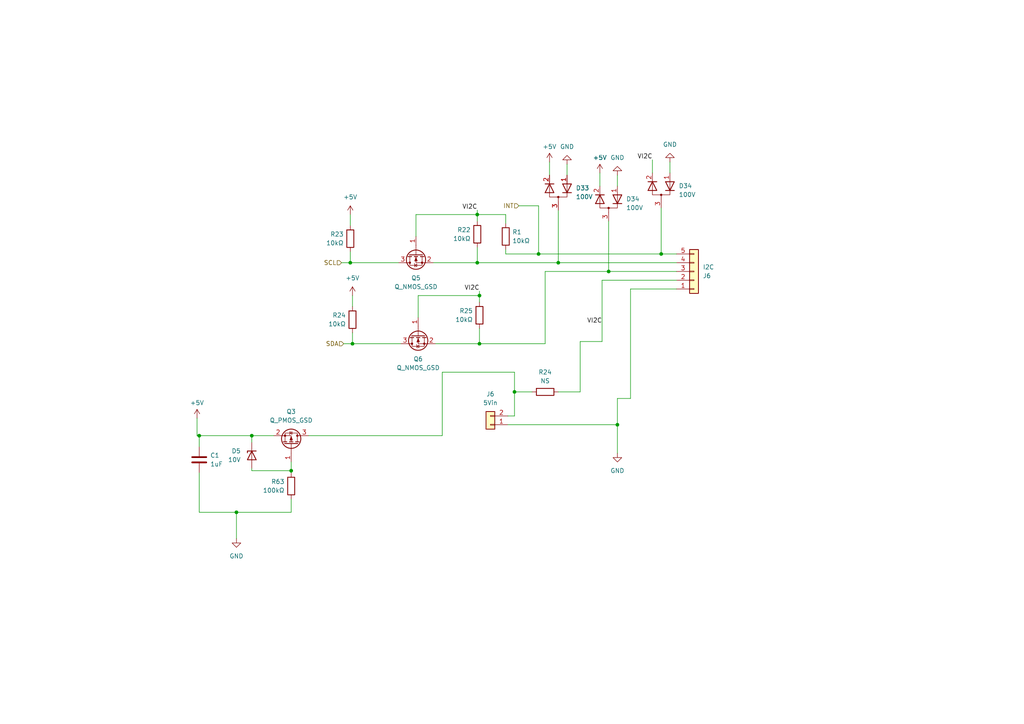
<source format=kicad_sch>
(kicad_sch (version 20230121) (generator eeschema)
  (paper "A4")
  (lib_symbols
    (symbol "Connector_Generic:Conn_01x02" (pin_names (offset 1.016) hide)
      (property "Reference" "J" (at 0 2.54 0))
      (property "Value" "Conn_01x02" (at 0 -5.08 0))
      (symbol "Conn_01x02_1_1"
        (rectangle (start -1.27 -2.413) (end 0 -2.667) (stroke (width 0.1524)))
        (rectangle (start -1.27 0.127) (end 0 -0.127) (stroke (width 0.1524)))
        (rectangle (start -1.27 1.27) (end 1.27 -3.81) (stroke (width 0.254)) (fill (type background)))
        (pin passive line (at -5.08 0 0) (length 3.81) (name "Pin_1") (number "1"))
        (pin passive line (at -5.08 -2.54 0) (length 3.81) (name "Pin_2") (number "2"))
      )
    )
    (symbol "Connector_Generic:Conn_01x05" (pin_names (offset 1.016) hide)
      (property "Reference" "J" (at 0 7.62 0))
      (property "Value" "Conn_01x05" (at 0 -7.62 0))
      (symbol "Conn_01x05_1_1"
        (rectangle (start -1.27 -4.953) (end 0 -5.207) (stroke (width 0.1524)))
        (rectangle (start -1.27 -2.413) (end 0 -2.667) (stroke (width 0.1524)))
        (rectangle (start -1.27 0.127) (end 0 -0.127) (stroke (width 0.1524)))
        (rectangle (start -1.27 2.667) (end 0 2.413) (stroke (width 0.1524)))
        (rectangle (start -1.27 5.207) (end 0 4.953) (stroke (width 0.1524)))
        (rectangle (start -1.27 6.35) (end 1.27 -6.35) (stroke (width 0.254)) (fill (type background)))
        (pin passive line (at -5.08 5.08 0) (length 3.81) (name "Pin_1") (number "1"))
        (pin passive line (at -5.08 2.54 0) (length 3.81) (name "Pin_2") (number "2"))
        (pin passive line (at -5.08 0 0) (length 3.81) (name "Pin_3") (number "3"))
        (pin passive line (at -5.08 -2.54 0) (length 3.81) (name "Pin_4") (number "4"))
        (pin passive line (at -5.08 -5.08 0) (length 3.81) (name "Pin_5") (number "5"))
      )
    )
    (symbol "Device:C" (pin_numbers hide) (pin_names (offset 0.254))
      (property "Reference" "C" (at 0.635 2.54 0))
      (property "Value" "C" (at 0.635 -2.54 0))
      (symbol "C_0_1"
        (polyline (pts (xy -2.032 -0.762) (xy 2.032 -0.762)) (stroke (width 0.508)))
        (polyline (pts (xy -2.032 0.762) (xy 2.032 0.762)) (stroke (width 0.508)))
      )
      (symbol "C_1_1"
        (pin passive line (at 0 3.81 270) (length 2.794) (name "~") (number "1"))
        (pin passive line (at 0 -3.81 90) (length 2.794) (name "~") (number "2"))
      )
    )
    (symbol "Device:D_Dual_Series_AKC_Parallel" (pin_names (offset 0.762) hide)
      (property "Reference" "D" (at 0 5.08 0))
      (property "Value" "D_Dual_Series_AKC_Parallel" (at 0 -5.08 0))
      (symbol "D_Dual_Series_AKC_Parallel_0_0"
        (polyline (pts (xy 0 -1.27) (xy 0 -3.81)) (stroke (width 0.254)))
        (polyline (pts (xy 2.54 3.81) (xy 2.54 1.27)) (stroke (width 0.254)))
      )
      (symbol "D_Dual_Series_AKC_Parallel_0_1"
        (circle (center -1.27 0) (radius 0.254) (fill (type outline)))
        (polyline (pts (xy -1.27 0) (xy -2.54 0)))
        (polyline (pts (xy 2.54 2.54) (xy -1.27 2.54) (xy -1.27 -2.54) (xy 2.54 -2.54)))
        (polyline (pts (xy 0 3.81) (xy 2.54 2.54) (xy 0 1.27) (xy 0 3.81) (xy 0 3.81) (xy 0 3.81)) (stroke (width 0.254)))
        (polyline (pts (xy 2.54 -1.27) (xy 0 -2.54) (xy 2.54 -3.81) (xy 2.54 -1.27) (xy 2.54 -1.27) (xy 2.54 -1.27)) (stroke (width 0.254)))
        (pin passive line (at 5.08 -2.54 180) (length 2.54) (name "K") (number "1"))
        (pin passive line (at 5.08 2.54 180) (length 2.54) (name "K") (number "2"))
        (pin passive line (at -5.08 0 0) (length 2.54) (name "A") (number "3"))
      )
    )
    (symbol "Device:D_Zener" (pin_numbers hide) (pin_names (offset 1.016) hide)
      (property "Reference" "D" (at 0 2.54 0))
      (property "Value" "D_Zener" (at 0 -2.54 0))
      (symbol "D_Zener_0_1"
        (polyline (pts (xy 1.27 0) (xy -1.27 0)))
        (polyline (pts (xy -1.27 -1.27) (xy -1.27 1.27) (xy -0.762 1.27)) (stroke (width 0.254)))
        (polyline (pts (xy 1.27 -1.27) (xy 1.27 1.27) (xy -1.27 0) (xy 1.27 -1.27)) (stroke (width 0.254)))
      )
      (symbol "D_Zener_1_1"
        (pin passive line (at -3.81 0 0) (length 2.54) (name "K") (number "1"))
        (pin passive line (at 3.81 0 180) (length 2.54) (name "A") (number "2"))
      )
    )
    (symbol "Device:Q_NMOS_GSD" (pin_names (offset 0) hide)
      (property "Reference" "Q" (at 5.08 1.27 0))
      (property "Value" "Q_NMOS_GSD" (at 5.08 -1.27 0))
      (symbol "Q_NMOS_GSD_0_1"
        (polyline (pts (xy 0.254 0) (xy -2.54 0)))
        (polyline (pts (xy 0.254 1.905) (xy 0.254 -1.905)) (stroke (width 0.254)))
        (polyline (pts (xy 0.762 -1.27) (xy 0.762 -2.286)) (stroke (width 0.254)))
        (polyline (pts (xy 0.762 0.508) (xy 0.762 -0.508)) (stroke (width 0.254)))
        (polyline (pts (xy 0.762 2.286) (xy 0.762 1.27)) (stroke (width 0.254)))
        (polyline (pts (xy 2.54 2.54) (xy 2.54 1.778)))
        (polyline (pts (xy 2.54 -2.54) (xy 2.54 0) (xy 0.762 0)))
        (polyline (pts (xy 0.762 -1.778) (xy 3.302 -1.778) (xy 3.302 1.778) (xy 0.762 1.778)))
        (polyline (pts (xy 1.016 0) (xy 2.032 0.381) (xy 2.032 -0.381) (xy 1.016 0)) (fill (type outline)))
        (polyline (pts (xy 2.794 0.508) (xy 2.921 0.381) (xy 3.683 0.381) (xy 3.81 0.254)))
        (polyline (pts (xy 3.302 0.381) (xy 2.921 -0.254) (xy 3.683 -0.254) (xy 3.302 0.381)))
        (circle (center 1.651 0) (radius 2.794) (stroke (width 0.254)))
        (circle (center 2.54 -1.778) (radius 0.254) (fill (type outline)))
        (circle (center 2.54 1.778) (radius 0.254) (fill (type outline)))
      )
      (symbol "Q_NMOS_GSD_1_1"
        (pin input line (at -5.08 0 0) (length 2.54) (name "G") (number "1"))
        (pin passive line (at 2.54 -5.08 90) (length 2.54) (name "S") (number "2"))
        (pin passive line (at 2.54 5.08 270) (length 2.54) (name "D") (number "3"))
      )
    )
    (symbol "Device:Q_PMOS_GSD" (pin_names (offset 0) hide)
      (property "Reference" "Q" (at 5.08 1.27 0))
      (property "Value" "Q_PMOS_GSD" (at 5.08 -1.27 0))
      (symbol "Q_PMOS_GSD_0_1"
        (polyline (pts (xy 0.254 0) (xy -2.54 0)))
        (polyline (pts (xy 0.254 1.905) (xy 0.254 -1.905)) (stroke (width 0.254)))
        (polyline (pts (xy 0.762 -1.27) (xy 0.762 -2.286)) (stroke (width 0.254)))
        (polyline (pts (xy 0.762 0.508) (xy 0.762 -0.508)) (stroke (width 0.254)))
        (polyline (pts (xy 0.762 2.286) (xy 0.762 1.27)) (stroke (width 0.254)))
        (polyline (pts (xy 2.54 2.54) (xy 2.54 1.778)))
        (polyline (pts (xy 2.54 -2.54) (xy 2.54 0) (xy 0.762 0)))
        (polyline (pts (xy 0.762 1.778) (xy 3.302 1.778) (xy 3.302 -1.778) (xy 0.762 -1.778)))
        (polyline (pts (xy 2.286 0) (xy 1.27 0.381) (xy 1.27 -0.381) (xy 2.286 0)) (fill (type outline)))
        (polyline (pts (xy 2.794 -0.508) (xy 2.921 -0.381) (xy 3.683 -0.381) (xy 3.81 -0.254)))
        (polyline (pts (xy 3.302 -0.381) (xy 2.921 0.254) (xy 3.683 0.254) (xy 3.302 -0.381)))
        (circle (center 1.651 0) (radius 2.794) (stroke (width 0.254)))
        (circle (center 2.54 -1.778) (radius 0.254) (fill (type outline)))
        (circle (center 2.54 1.778) (radius 0.254) (fill (type outline)))
      )
      (symbol "Q_PMOS_GSD_1_1"
        (pin input line (at -5.08 0 0) (length 2.54) (name "G") (number "1"))
        (pin passive line (at 2.54 -5.08 90) (length 2.54) (name "S") (number "2"))
        (pin passive line (at 2.54 5.08 270) (length 2.54) (name "D") (number "3"))
      )
    )
    (symbol "Device:R" (pin_numbers hide) (pin_names (offset 0))
      (property "Reference" "R" (at 2.032 0 90))
      (property "Value" "R" (at 0 0 90))
      (symbol "R_0_1"
        (rectangle (start -1.016 -2.54) (end 1.016 2.54) (stroke (width 0.254)))
      )
      (symbol "R_1_1"
        (pin passive line (at 0 3.81 270) (length 1.27) (name "~") (number "1"))
        (pin passive line (at 0 -3.81 90) (length 1.27) (name "~") (number "2"))
      )
    )
    (symbol "power:+5V" (power) (pin_names (offset 0))
      (property "Value" "+5V" (at 0 3.556 0))
      (symbol "+5V_0_1"
        (polyline (pts (xy -0.762 1.27) (xy 0 2.54)))
        (polyline (pts (xy 0 0) (xy 0 2.54)))
        (polyline (pts (xy 0 2.54) (xy 0.762 1.27)))
      )
      (symbol "+5V_1_1"
        (pin power_in line (at 0 0 90) (length 0) hide (name "+5V") (number "1"))
      )
    )
    (symbol "power:GND" (power) (pin_names (offset 0))
      (property "Value" "GND" (at 0 -3.81 0))
      (symbol "GND_0_1"
        (polyline (pts (xy 0 0) (xy 0 -1.27) (xy 1.27 -1.27) (xy 0 -2.54) (xy -1.27 -1.27) (xy 0 -1.27)))
      )
      (symbol "GND_1_1"
        (pin power_in line (at 0 0 270) (length 0) hide (name "GND") (number "1"))
      )
    )
  )
  (junction (at 138.43 62.23))
  (junction (at 179.07 123.19))
  (junction (at 84.455 136.525))
  (junction (at 139.065 85.725))
  (junction (at 139.065 99.695))
  (junction (at 57.785 126.365))
  (junction (at 176.53 78.74))
  (junction (at 73.025 126.365))
  (junction (at 156.21 73.66))
  (junction (at 161.925 76.2))
  (junction (at 102.235 99.695))
  (junction (at 191.77 73.66))
  (junction (at 68.58 148.59))
  (junction (at 101.6 76.2))
  (junction (at 138.43 76.2))
  (junction (at 149.225 113.665))
  (wire (pts (xy 149.225 107.95) (xy 149.225 113.665)))
  (wire (pts (xy 84.455 136.525) (xy 84.455 137.16)))
  (wire (pts (xy 68.58 148.59) (xy 68.58 156.21)))
  (wire (pts (xy 138.43 71.755) (xy 138.43 76.2)))
  (wire (pts (xy 101.6 73.025) (xy 101.6 76.2)))
  (wire (pts (xy 196.215 78.74) (xy 176.53 78.74)))
  (wire (pts (xy 161.925 76.2) (xy 196.215 76.2)))
  (wire (pts (xy 139.065 99.695) (xy 126.365 99.695)))
  (wire (pts (xy 182.88 115.57) (xy 179.07 115.57)))
  (wire (pts (xy 116.205 99.695) (xy 102.235 99.695)))
  (wire (pts (xy 146.685 73.66) (xy 156.21 73.66)))
  (wire (pts (xy 156.21 59.69) (xy 156.21 73.66)))
  (wire (pts (xy 189.23 46.355) (xy 189.23 50.165)))
  (wire (pts (xy 158.115 78.74) (xy 158.115 99.695)))
  (wire (pts (xy 139.065 84.455) (xy 139.065 85.725)))
  (wire (pts (xy 138.43 60.96) (xy 138.43 62.23)))
  (wire (pts (xy 146.685 72.39) (xy 146.685 73.66)))
  (wire (pts (xy 158.115 78.74) (xy 176.53 78.74)))
  (wire (pts (xy 84.455 144.78) (xy 84.455 148.59)))
  (wire (pts (xy 149.225 120.65) (xy 147.32 120.65)))
  (wire (pts (xy 139.065 85.725) (xy 139.065 87.63)))
  (wire (pts (xy 179.07 115.57) (xy 179.07 123.19)))
  (wire (pts (xy 161.925 76.2) (xy 161.925 60.96)))
  (wire (pts (xy 121.285 92.075) (xy 121.285 85.725)))
  (wire (pts (xy 57.785 148.59) (xy 68.58 148.59)))
  (wire (pts (xy 138.43 62.23) (xy 146.685 62.23)))
  (wire (pts (xy 179.07 50.8) (xy 179.07 53.975)))
  (wire (pts (xy 161.925 113.665) (xy 168.275 113.665)))
  (wire (pts (xy 168.275 99.06) (xy 174.625 99.06)))
  (wire (pts (xy 138.43 62.23) (xy 138.43 64.135)))
  (wire (pts (xy 57.15 126.365) (xy 57.785 126.365)))
  (wire (pts (xy 168.275 113.665) (xy 168.275 99.06)))
  (wire (pts (xy 99.695 99.695) (xy 102.235 99.695)))
  (wire (pts (xy 149.225 113.665) (xy 154.305 113.665)))
  (wire (pts (xy 115.57 76.2) (xy 101.6 76.2)))
  (wire (pts (xy 102.235 96.52) (xy 102.235 99.695)))
  (wire (pts (xy 147.32 123.19) (xy 179.07 123.19)))
  (wire (pts (xy 173.99 50.165) (xy 173.99 53.975)))
  (wire (pts (xy 120.65 68.58) (xy 120.65 62.23)))
  (wire (pts (xy 102.235 85.725) (xy 102.235 88.9)))
  (wire (pts (xy 196.215 83.82) (xy 182.88 83.82)))
  (wire (pts (xy 139.065 95.25) (xy 139.065 99.695)))
  (wire (pts (xy 146.685 62.23) (xy 146.685 64.77)))
  (wire (pts (xy 128.27 107.95) (xy 128.27 126.365)))
  (wire (pts (xy 174.625 81.28) (xy 174.625 99.06)))
  (wire (pts (xy 57.15 121.285) (xy 57.15 126.365)))
  (wire (pts (xy 73.025 135.89) (xy 73.025 136.525)))
  (wire (pts (xy 149.225 107.95) (xy 128.27 107.95)))
  (wire (pts (xy 89.535 126.365) (xy 128.27 126.365)))
  (wire (pts (xy 68.58 148.59) (xy 84.455 148.59)))
  (wire (pts (xy 191.77 73.66) (xy 196.215 73.66)))
  (wire (pts (xy 138.43 76.2) (xy 125.73 76.2)))
  (wire (pts (xy 179.07 123.19) (xy 179.07 131.445)))
  (wire (pts (xy 164.465 47.625) (xy 164.465 50.8)))
  (wire (pts (xy 182.88 83.82) (xy 182.88 115.57)))
  (wire (pts (xy 150.495 59.69) (xy 156.21 59.69)))
  (wire (pts (xy 159.385 46.99) (xy 159.385 50.8)))
  (wire (pts (xy 176.53 64.135) (xy 176.53 78.74)))
  (wire (pts (xy 138.43 76.2) (xy 161.925 76.2)))
  (wire (pts (xy 191.77 60.325) (xy 191.77 73.66)))
  (wire (pts (xy 57.785 137.16) (xy 57.785 148.59)))
  (wire (pts (xy 84.455 133.985) (xy 84.455 136.525)))
  (wire (pts (xy 99.06 76.2) (xy 101.6 76.2)))
  (wire (pts (xy 79.375 126.365) (xy 73.025 126.365)))
  (wire (pts (xy 84.455 136.525) (xy 73.025 136.525)))
  (wire (pts (xy 121.285 85.725) (xy 139.065 85.725)))
  (wire (pts (xy 57.785 126.365) (xy 73.025 126.365)))
  (wire (pts (xy 149.225 113.665) (xy 149.225 120.65)))
  (wire (pts (xy 174.625 81.28) (xy 196.215 81.28)))
  (wire (pts (xy 101.6 62.23) (xy 101.6 65.405)))
  (wire (pts (xy 73.025 126.365) (xy 73.025 128.27)))
  (wire (pts (xy 57.785 126.365) (xy 57.785 129.54)))
  (wire (pts (xy 194.31 46.99) (xy 194.31 50.165)))
  (wire (pts (xy 156.21 73.66) (xy 191.77 73.66)))
  (wire (pts (xy 139.065 99.695) (xy 158.115 99.695)))
  (wire (pts (xy 120.65 62.23) (xy 138.43 62.23)))
  (label "VI2C" (at 189.23 46.355 180))
  (label "VI2C" (at 139.065 84.455 180))
  (label "VI2C" (at 138.43 60.96 180))
  (label "VI2C" (at 174.625 93.98 180))
  (hierarchical_label "INT" (shape input) (at 150.495 59.69 180))
  (hierarchical_label "SCL" (shape input) (at 99.06 76.2 180))
  (hierarchical_label "SDA" (shape input) (at 99.695 99.695 180))
  (symbol (lib_id "Device:R") (at 158.115 113.665 270) (mirror x) (unit 1)
    (property "Reference" "R24" (at 158.115 107.95 90))
    (property "Value" "NS" (at 158.115 110.49 90))
    (property "Footprint" "Resistor_SMD:R_0805_2012Metric" (effects hide))
    (instances (project "PulseCounterI2C" (path "" (reference "R24") (unit 1)) (path "" (reference "R9") (unit 1))))
  )
  (symbol (lib_id "power:+5V") (at 102.235 85.725 0) (mirror y) (unit 1)
    (property "Reference" "#PWR07" (effects hide))
    (property "Value" "+5V" (at 102.235 80.645 0))
    (instances (project "PulseCounterI2C" (path "" (reference "#PWR07") (unit 1)) (path "" (reference "#PWR012") (unit 1))))
  )
  (symbol (lib_id "Device:Q_PMOS_GSD") (at 84.455 128.905 270) (mirror x) (unit 1)
    (property "Reference" "Q3" (at 84.455 119.38 90))
    (property "Value" "Q_PMOS_GSD" (at 84.455 121.92 90))
    (property "Footprint" "Package_TO_SOT_SMD:SOT-23" (effects hide))
  )
  (symbol (lib_id "Connector_Generic:Conn_01x02") (at 142.24 123.19 180) (unit 1)
    (property "Reference" "J6" (at 142.24 114.3 0))
    (property "Value" "5Vin" (at 142.24 116.84 0))
    (property "Footprint" "TerminalBlock:TerminalBlock_bornier-2_P5.08mm" (effects hide))
  )
  (symbol (lib_id "Device:R") (at 146.685 68.58 180) (unit 1)
    (property "Reference" "R1" (at 148.59 67.31 0) (effects (justify right)))
    (property "Value" "10kΩ" (at 148.59 69.85 0) (effects (justify right)))
    (property "Footprint" "Resistor_SMD:R_0805_2012Metric" (effects hide))
    (instances (project "PulseCounterI2C" (path "" (reference "R1") (unit 1)) (path "" (reference "R8") (unit 1))))
  )
  (symbol (lib_id "Device:Q_NMOS_GSD") (at 120.65 73.66 90) (mirror x) (unit 1)
    (property "Reference" "Q5" (at 120.65 80.645 90))
    (property "Value" "Q_NMOS_GSD" (at 120.65 83.185 90))
    (property "Footprint" "Package_TO_SOT_SMD:SOT-23" (effects hide))
    (instances (project "PulseCounterI2C" (path "" (reference "Q5") (unit 1)) (path "" (reference "Q1") (unit 1))))
  )
  (symbol (lib_id "Device:R") (at 84.455 140.97 0) (mirror x) (unit 1)
    (property "Reference" "R63" (at 82.55 139.7 0) (effects (justify right)))
    (property "Value" "100kΩ" (at 82.55 142.24 0) (effects (justify right)))
    (property "Footprint" "Resistor_SMD:R_0805_2012Metric" (effects hide))
    (instances (project "PulseCounterI2C" (path "" (reference "R63") (unit 1)) (path "" (reference "R11") (unit 1))))
  )
  (symbol (lib_id "power:GND") (at 68.58 156.21 0) (unit 1)
    (property "Reference" "#PWR0136" (effects hide))
    (property "Value" "GND" (at 68.58 161.29 0))
    (instances (project "PulseCounterI2C" (path "" (reference "#PWR0136") (unit 1)) (path "" (reference "#PWR020") (unit 1))))
  )
  (symbol (lib_id "Device:D_Zener") (at 73.025 132.08 90) (mirror x) (unit 1)
    (property "Reference" "D5" (at 69.85 130.81 90) (effects (justify left)))
    (property "Value" "10V" (at 69.85 133.35 90) (effects (justify left)))
    (property "Footprint" "Diode_SMD:D_SOD-123" (effects hide))
  )
  (symbol (lib_id "power:+5V") (at 159.385 46.99 0) (unit 1)
    (property "Reference" "#PWR09" (effects hide))
    (property "Value" "+5V" (at 159.385 42.545 0))
    (instances (project "PulseCounterI2C" (path "" (reference "#PWR09") (unit 1)) (path "" (reference "#PWR014") (unit 1))))
  )
  (symbol (lib_id "Device:R") (at 101.6 69.215 0) (mirror x) (unit 1)
    (property "Reference" "R23" (at 99.695 67.945 0) (effects (justify right)))
    (property "Value" "10kΩ" (at 99.695 70.485 0) (effects (justify right)))
    (property "Footprint" "Resistor_SMD:R_0805_2012Metric" (effects hide))
    (instances (project "PulseCounterI2C" (path "" (reference "R23") (unit 1)) (path "" (reference "R4") (unit 1))))
  )
  (symbol (lib_id "Device:R") (at 102.235 92.71 0) (mirror x) (unit 1)
    (property "Reference" "R24" (at 100.33 91.44 0) (effects (justify right)))
    (property "Value" "10kΩ" (at 100.33 93.98 0) (effects (justify right)))
    (property "Footprint" "Resistor_SMD:R_0805_2012Metric" (effects hide))
    (instances (project "PulseCounterI2C" (path "" (reference "R24") (unit 1)) (path "" (reference "R5") (unit 1))))
  )
  (symbol (lib_id "Device:D_Dual_Series_AKC_Parallel") (at 161.925 55.88 90) (unit 1)
    (property "Reference" "D33" (at 167.005 54.5465 90) (effects (justify right)))
    (property "Value" "100V" (at 167.005 57.0865 90) (effects (justify right)))
    (property "Footprint" "Package_TO_SOT_SMD:SOT-23-3" (effects hide))
    (instances (project "PulseCounterI2C" (path "" (reference "D33") (unit 1)) (path "" (reference "D2") (unit 1))))
  )
  (symbol (lib_id "power:GND") (at 194.31 46.99 180) (unit 1)
    (property "Reference" "#PWR012" (effects hide))
    (property "Value" "GND" (at 194.31 41.91 0))
    (instances (project "PulseCounterI2C" (path "" (reference "#PWR012") (unit 1)) (path "" (reference "#PWR022") (unit 1))))
  )
  (symbol (lib_id "Connector_Generic:Conn_01x05") (at 201.295 78.74 0) (mirror x) (unit 1)
    (property "Reference" "J6" (at 203.835 80.01 0) (effects (justify left)))
    (property "Value" "I2C" (at 203.835 77.47 0) (effects (justify left)))
    (property "Footprint" "Connector_PinHeader_2.54mm:PinHeader_1x05_P2.54mm_Vertical" (effects hide))
    (instances (project "PulseCounterI2C" (path "" (reference "J6") (unit 1)) (path "" (reference "J7") (unit 1))))
  )
  (symbol (lib_id "Device:R") (at 139.065 91.44 0) (mirror x) (unit 1)
    (property "Reference" "R25" (at 137.16 90.17 0) (effects (justify right)))
    (property "Value" "10kΩ" (at 137.16 92.71 0) (effects (justify right)))
    (property "Footprint" "Resistor_SMD:R_0805_2012Metric" (effects hide))
    (instances (project "PulseCounterI2C" (path "" (reference "R25") (unit 1)) (path "" (reference "R7") (unit 1))))
  )
  (symbol (lib_id "power:+5V") (at 57.15 121.285 0) (unit 1)
    (property "Reference" "#PWR011" (effects hide))
    (property "Value" "+5V" (at 57.15 116.84 0))
    (instances (project "PulseCounterI2C" (path "" (reference "#PWR011") (unit 1)) (path "" (reference "#PWR013") (unit 1))))
  )
  (symbol (lib_id "Device:D_Dual_Series_AKC_Parallel") (at 176.53 59.055 90) (unit 1)
    (property "Reference" "D34" (at 181.61 57.7215 90) (effects (justify right)))
    (property "Value" "100V" (at 181.61 60.2615 90) (effects (justify right)))
    (property "Footprint" "Package_TO_SOT_SMD:SOT-23-3" (effects hide))
    (instances (project "PulseCounterI2C" (path "" (reference "D34") (unit 1)) (path "" (reference "D3") (unit 1))))
  )
  (symbol (lib_id "power:GND") (at 179.07 50.8 180) (unit 1)
    (property "Reference" "#PWR012" (effects hide))
    (property "Value" "GND" (at 179.07 45.72 0))
    (instances (project "PulseCounterI2C" (path "" (reference "#PWR012") (unit 1)) (path "" (reference "#PWR017") (unit 1))))
  )
  (symbol (lib_id "power:GND") (at 179.07 131.445 0) (unit 1)
    (property "Reference" "#PWR0136" (effects hide))
    (property "Value" "GND" (at 179.07 136.525 0))
    (instances (project "PulseCounterI2C" (path "" (reference "#PWR0136") (unit 1)) (path "" (reference "#PWR018") (unit 1))))
  )
  (symbol (lib_id "power:GND") (at 164.465 47.625 180) (unit 1)
    (property "Reference" "#PWR010" (effects hide))
    (property "Value" "GND" (at 164.465 42.545 0))
    (instances (project "PulseCounterI2C" (path "" (reference "#PWR010") (unit 1)) (path "" (reference "#PWR015") (unit 1))))
  )
  (symbol (lib_id "Device:C") (at 57.785 133.35 0) (unit 1)
    (property "Reference" "C1" (at 60.96 132.08 0) (effects (justify left)))
    (property "Value" "1uF" (at 60.96 134.62 0) (effects (justify left)))
    (property "Footprint" "Capacitor_SMD:C_0805_2012Metric" (effects hide))
    (instances (project "PulseCounterI2C" (path "" (reference "C1") (unit 1)) (path "" (reference "C3") (unit 1))))
  )
  (symbol (lib_id "Device:Q_NMOS_GSD") (at 121.285 97.155 90) (mirror x) (unit 1)
    (property "Reference" "Q6" (at 121.285 104.14 90))
    (property "Value" "Q_NMOS_GSD" (at 121.285 106.68 90))
    (property "Footprint" "Package_TO_SOT_SMD:SOT-23" (effects hide))
    (instances (project "PulseCounterI2C" (path "" (reference "Q6") (unit 1)) (path "" (reference "Q2") (unit 1))))
  )
  (symbol (lib_id "Device:D_Dual_Series_AKC_Parallel") (at 191.77 55.245 90) (unit 1)
    (property "Reference" "D34" (at 196.85 53.9115 90) (effects (justify right)))
    (property "Value" "100V" (at 196.85 56.4515 90) (effects (justify right)))
    (property "Footprint" "Package_TO_SOT_SMD:SOT-23-3" (effects hide))
    (instances (project "PulseCounterI2C" (path "" (reference "D34") (unit 1)) (path "" (reference "D6") (unit 1))))
  )
  (symbol (lib_id "power:+5V") (at 101.6 62.23 0) (mirror y) (unit 1)
    (property "Reference" "#PWR075" (effects hide))
    (property "Value" "+5V" (at 101.6 57.15 0))
    (instances (project "PulseCounterI2C" (path "" (reference "#PWR075") (unit 1)) (path "" (reference "#PWR011") (unit 1))))
  )
  (symbol (lib_id "Device:R") (at 138.43 67.945 0) (mirror x) (unit 1)
    (property "Reference" "R22" (at 136.525 66.675 0) (effects (justify right)))
    (property "Value" "10kΩ" (at 136.525 69.215 0) (effects (justify right)))
    (property "Footprint" "Resistor_SMD:R_0805_2012Metric" (effects hide))
    (instances (project "PulseCounterI2C" (path "" (reference "R22") (unit 1)) (path "" (reference "R6") (unit 1))))
  )
  (symbol (lib_id "power:+5V") (at 173.99 50.165 0) (unit 1)
    (property "Reference" "#PWR011" (effects hide))
    (property "Value" "+5V" (at 173.99 45.72 0))
    (instances (project "PulseCounterI2C" (path "" (reference "#PWR011") (unit 1)) (path "" (reference "#PWR016") (unit 1))))
  )
)
</source>
